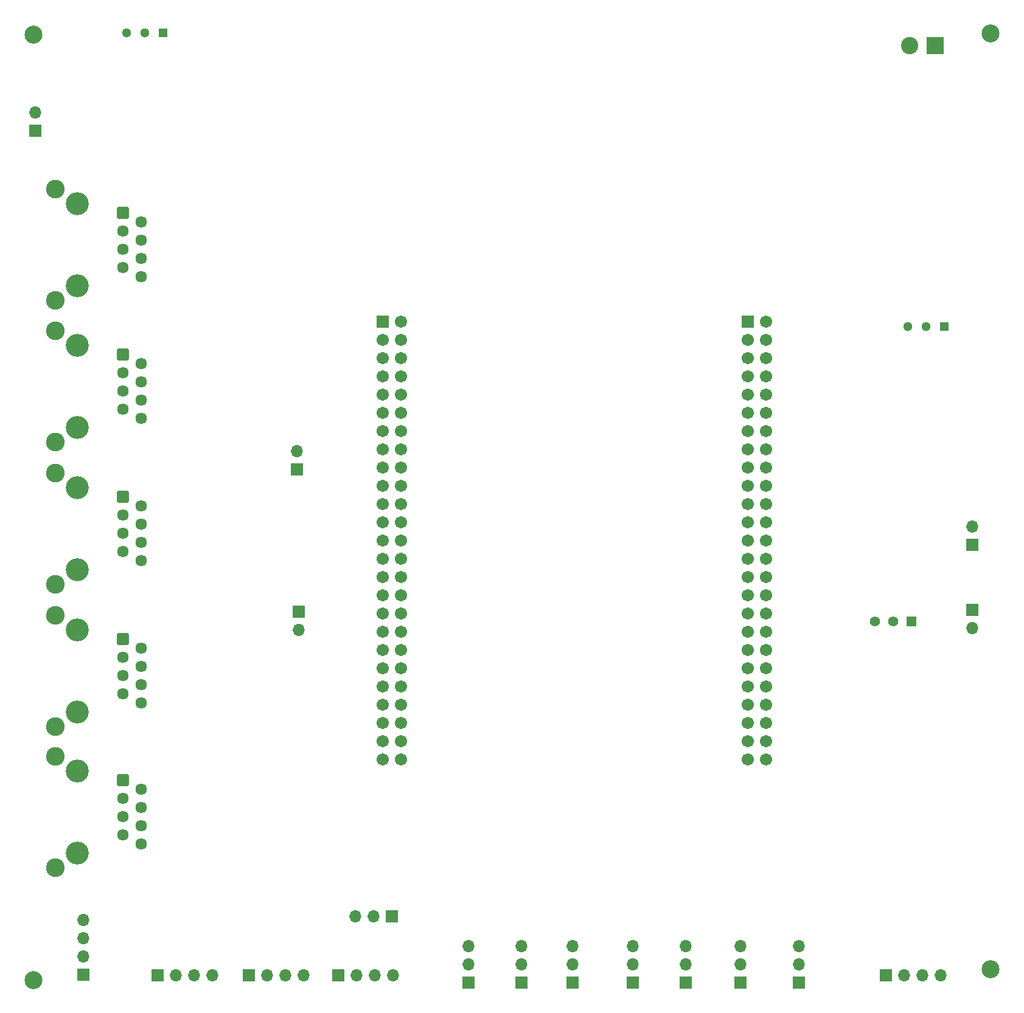
<source format=gbr>
%TF.GenerationSoftware,KiCad,Pcbnew,7.0.8*%
%TF.CreationDate,2023-12-10T21:55:32+01:00*%
%TF.ProjectId,stm_bob,73746d5f-626f-4622-9e6b-696361645f70,rev?*%
%TF.SameCoordinates,Original*%
%TF.FileFunction,Soldermask,Bot*%
%TF.FilePolarity,Negative*%
%FSLAX46Y46*%
G04 Gerber Fmt 4.6, Leading zero omitted, Abs format (unit mm)*
G04 Created by KiCad (PCBNEW 7.0.8) date 2023-12-10 21:55:32*
%MOMM*%
%LPD*%
G01*
G04 APERTURE LIST*
G04 Aperture macros list*
%AMRoundRect*
0 Rectangle with rounded corners*
0 $1 Rounding radius*
0 $2 $3 $4 $5 $6 $7 $8 $9 X,Y pos of 4 corners*
0 Add a 4 corners polygon primitive as box body*
4,1,4,$2,$3,$4,$5,$6,$7,$8,$9,$2,$3,0*
0 Add four circle primitives for the rounded corners*
1,1,$1+$1,$2,$3*
1,1,$1+$1,$4,$5*
1,1,$1+$1,$6,$7*
1,1,$1+$1,$8,$9*
0 Add four rect primitives between the rounded corners*
20,1,$1+$1,$2,$3,$4,$5,0*
20,1,$1+$1,$4,$5,$6,$7,0*
20,1,$1+$1,$6,$7,$8,$9,0*
20,1,$1+$1,$8,$9,$2,$3,0*%
G04 Aperture macros list end*
%ADD10R,1.700000X1.700000*%
%ADD11O,1.700000X1.700000*%
%ADD12C,3.200000*%
%ADD13RoundRect,0.102000X-0.704000X0.704000X-0.704000X-0.704000X0.704000X-0.704000X0.704000X0.704000X0*%
%ADD14C,1.612000*%
%ADD15C,2.604000*%
%ADD16C,2.500000*%
%ADD17RoundRect,0.102000X-0.754000X-0.754000X0.754000X-0.754000X0.754000X0.754000X-0.754000X0.754000X0*%
%ADD18C,1.712000*%
%ADD19R,2.400000X2.400000*%
%ADD20C,2.400000*%
%ADD21R,1.300000X1.300000*%
%ADD22C,1.300000*%
%ADD23RoundRect,0.102000X0.609000X0.609000X-0.609000X0.609000X-0.609000X-0.609000X0.609000X-0.609000X0*%
%ADD24C,1.422000*%
G04 APERTURE END LIST*
D10*
%TO.C,J9_GPIO1*%
X61087000Y-115189000D03*
D11*
X61087000Y-117729000D03*
%TD*%
D10*
%TO.C,J5*%
X66558000Y-165862000D03*
D11*
X69098000Y-165862000D03*
X71638000Y-165862000D03*
X74178000Y-165862000D03*
%TD*%
D12*
%TO.C,JzAxis1*%
X30226000Y-137414000D03*
X30226000Y-148844000D03*
D13*
X36576000Y-138684000D03*
D14*
X39116000Y-139954000D03*
X36576000Y-141224000D03*
X39116000Y-142494000D03*
X36576000Y-143764000D03*
X39116000Y-145034000D03*
X36576000Y-146304000D03*
X39116000Y-147574000D03*
D15*
X27176000Y-135379000D03*
X27176000Y-150879000D03*
%TD*%
D10*
%TO.C,J4*%
X154813000Y-114935000D03*
D11*
X154813000Y-117475000D03*
%TD*%
D12*
%TO.C,Jy1Axis1*%
X30226000Y-97917000D03*
X30226000Y-109347000D03*
D13*
X36576000Y-99187000D03*
D14*
X39116000Y-100457000D03*
X36576000Y-101727000D03*
X39116000Y-102997000D03*
X36576000Y-104267000D03*
X39116000Y-105537000D03*
X36576000Y-106807000D03*
X39116000Y-108077000D03*
D15*
X27176000Y-95882000D03*
X27176000Y-111382000D03*
%TD*%
D10*
%TO.C,J2*%
X31115000Y-165735000D03*
D11*
X31115000Y-163195000D03*
X31115000Y-160655000D03*
X31115000Y-158115000D03*
%TD*%
D16*
%TO.C,H3*%
X157353000Y-164973000D03*
%TD*%
D17*
%TO.C,TB1*%
X72771000Y-74855000D03*
D18*
X75311000Y-74855000D03*
X72771000Y-77395000D03*
X75311000Y-77395000D03*
X72771000Y-79935000D03*
X75311000Y-79935000D03*
X72771000Y-82475000D03*
X75311000Y-82475000D03*
X72771000Y-85015000D03*
X75311000Y-85015000D03*
X72771000Y-87555000D03*
X75311000Y-87555000D03*
X72771000Y-90095000D03*
X75311000Y-90095000D03*
X72771000Y-92635000D03*
X75311000Y-92635000D03*
X72771000Y-95175000D03*
X75311000Y-95175000D03*
X72771000Y-97715000D03*
X75311000Y-97715000D03*
X72771000Y-100255000D03*
X75311000Y-100255000D03*
X72771000Y-102795000D03*
X75311000Y-102795000D03*
X72771000Y-105335000D03*
X75311000Y-105335000D03*
X72771000Y-107875000D03*
X75311000Y-107875000D03*
X72771000Y-110415000D03*
X75311000Y-110415000D03*
X72771000Y-112955000D03*
X75311000Y-112955000D03*
X72771000Y-115495000D03*
X75311000Y-115495000D03*
X72771000Y-118035000D03*
X75311000Y-118035000D03*
X72771000Y-120575000D03*
X75311000Y-120575000D03*
X72771000Y-123115000D03*
X75311000Y-123115000D03*
X72771000Y-125655000D03*
X75311000Y-125655000D03*
X72771000Y-128195000D03*
X75311000Y-128195000D03*
X72771000Y-130735000D03*
X75311000Y-130735000D03*
X72771000Y-133275000D03*
X75311000Y-133275000D03*
X72771000Y-135815000D03*
X75311000Y-135815000D03*
D17*
X123571000Y-74855000D03*
D18*
X126111000Y-74855000D03*
X123571000Y-77395000D03*
X126111000Y-77395000D03*
X123571000Y-79935000D03*
X126111000Y-79935000D03*
X123571000Y-82475000D03*
X126111000Y-82475000D03*
X123571000Y-85015000D03*
X126111000Y-85015000D03*
X123571000Y-87555000D03*
X126111000Y-87555000D03*
X123571000Y-90095000D03*
X126111000Y-90095000D03*
X123571000Y-92635000D03*
X126111000Y-92635000D03*
X123571000Y-95175000D03*
X126111000Y-95175000D03*
X123571000Y-97715000D03*
X126111000Y-97715000D03*
X123571000Y-100255000D03*
X126111000Y-100255000D03*
X123571000Y-102795000D03*
X126111000Y-102795000D03*
X123571000Y-105335000D03*
X126111000Y-105335000D03*
X123571000Y-107875000D03*
X126111000Y-107875000D03*
X123571000Y-110415000D03*
X126111000Y-110415000D03*
X123571000Y-112955000D03*
X126111000Y-112955000D03*
X123571000Y-115495000D03*
X126111000Y-115495000D03*
X123571000Y-118035000D03*
X126111000Y-118035000D03*
X123571000Y-120575000D03*
X126111000Y-120575000D03*
X123571000Y-123115000D03*
X126111000Y-123115000D03*
X123571000Y-125655000D03*
X126111000Y-125655000D03*
X123571000Y-128195000D03*
X126111000Y-128195000D03*
X123571000Y-130735000D03*
X126111000Y-130735000D03*
X123571000Y-133275000D03*
X126111000Y-133275000D03*
X123571000Y-135815000D03*
X126111000Y-135815000D03*
%TD*%
D10*
%TO.C,J11_SPI1*%
X74041000Y-157607000D03*
D11*
X71501000Y-157607000D03*
X68961000Y-157607000D03*
%TD*%
D19*
%TO.C,J1*%
X149578000Y-36422000D03*
D20*
X146078000Y-36422000D03*
%TD*%
D10*
%TO.C,JlimA1*%
X130683000Y-166878000D03*
D11*
X130683000Y-164338000D03*
X130683000Y-161798000D03*
%TD*%
D10*
%TO.C,JlimX1*%
X92075000Y-166878000D03*
D11*
X92075000Y-164338000D03*
X92075000Y-161798000D03*
%TD*%
D10*
%TO.C,JlimY2*%
X99187000Y-166878000D03*
D11*
X99187000Y-164338000D03*
X99187000Y-161798000D03*
%TD*%
D10*
%TO.C,JlimZ1*%
X84709000Y-166878000D03*
D11*
X84709000Y-164338000D03*
X84709000Y-161798000D03*
%TD*%
D16*
%TO.C,H2*%
X24130000Y-166498000D03*
%TD*%
D12*
%TO.C,JxAxis1*%
X30226000Y-78105000D03*
X30226000Y-89535000D03*
D13*
X36576000Y-79375000D03*
D14*
X39116000Y-80645000D03*
X36576000Y-81915000D03*
X39116000Y-83185000D03*
X36576000Y-84455000D03*
X39116000Y-85725000D03*
X36576000Y-86995000D03*
X39116000Y-88265000D03*
D15*
X27176000Y-76070000D03*
X27176000Y-91570000D03*
%TD*%
D16*
%TO.C,H1*%
X24130000Y-34914000D03*
%TD*%
D10*
%TO.C,J3*%
X41402000Y-165862000D03*
D11*
X43942000Y-165862000D03*
X46482000Y-165862000D03*
X49022000Y-165862000D03*
%TD*%
D10*
%TO.C,JProbe1*%
X114935000Y-166878000D03*
D11*
X114935000Y-164338000D03*
X114935000Y-161798000D03*
%TD*%
D16*
%TO.C,H4*%
X157353000Y-34671000D03*
%TD*%
D12*
%TO.C,Jy2Axis1*%
X30226000Y-117729000D03*
X30226000Y-129159000D03*
D13*
X36576000Y-118999000D03*
D14*
X39116000Y-120269000D03*
X36576000Y-121539000D03*
X39116000Y-122809000D03*
X36576000Y-124079000D03*
X39116000Y-125349000D03*
X36576000Y-126619000D03*
X39116000Y-127889000D03*
D15*
X27176000Y-115694000D03*
X27176000Y-131194000D03*
%TD*%
D12*
%TO.C,JAxisA1*%
X30226000Y-58420000D03*
X30226000Y-69850000D03*
D13*
X36576000Y-59690000D03*
D14*
X39116000Y-60960000D03*
X36576000Y-62230000D03*
X39116000Y-63500000D03*
X36576000Y-64770000D03*
X39116000Y-66040000D03*
X36576000Y-67310000D03*
X39116000Y-68580000D03*
D15*
X27176000Y-56385000D03*
X27176000Y-71885000D03*
%TD*%
D10*
%TO.C,JI2C1*%
X154813000Y-105918000D03*
D11*
X154813000Y-103378000D03*
%TD*%
D10*
%TO.C,J6*%
X54102000Y-165862000D03*
D11*
X56642000Y-165862000D03*
X59182000Y-165862000D03*
X61722000Y-165862000D03*
%TD*%
D21*
%TO.C,U5V+1*%
X42164000Y-34616500D03*
D22*
X39624000Y-34616500D03*
X37084000Y-34616500D03*
%TD*%
D21*
%TO.C,U3V3+1*%
X150922398Y-75500537D03*
D22*
X148382398Y-75500537D03*
X145842398Y-75500537D03*
%TD*%
D10*
%TO.C,J10_GPIO1*%
X60833000Y-95382000D03*
D11*
X60833000Y-92842000D03*
%TD*%
D10*
%TO.C,JPvMaffel1*%
X142748000Y-165862000D03*
D11*
X145288000Y-165862000D03*
X147828000Y-165862000D03*
X150368000Y-165862000D03*
%TD*%
D10*
%TO.C,J7*%
X24384000Y-48260000D03*
D11*
X24384000Y-45720000D03*
%TD*%
D23*
%TO.C,RV1*%
X146302580Y-116575882D03*
D24*
X143762580Y-116575882D03*
X141222580Y-116575882D03*
%TD*%
D10*
%TO.C,JlimY1*%
X107569000Y-166878000D03*
D11*
X107569000Y-164338000D03*
X107569000Y-161798000D03*
%TD*%
D10*
%TO.C,JGpio1*%
X122555000Y-166878000D03*
D11*
X122555000Y-164338000D03*
X122555000Y-161798000D03*
%TD*%
M02*

</source>
